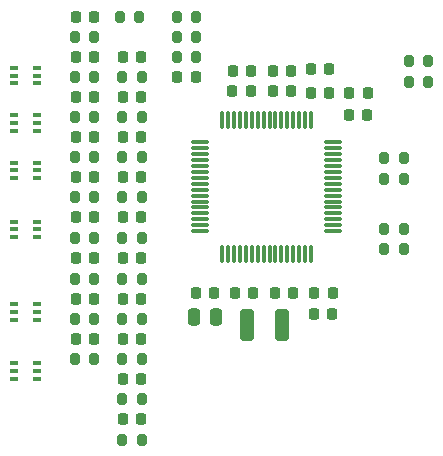
<source format=gbr>
%TF.GenerationSoftware,KiCad,Pcbnew,(6.0.0)*%
%TF.CreationDate,2022-01-16T13:19:40+00:00*%
%TF.ProjectId,OpenBCI_ESP32_INPUT,4f70656e-4243-4495-9f45-535033325f49,rev?*%
%TF.SameCoordinates,Original*%
%TF.FileFunction,Paste,Top*%
%TF.FilePolarity,Positive*%
%FSLAX46Y46*%
G04 Gerber Fmt 4.6, Leading zero omitted, Abs format (unit mm)*
G04 Created by KiCad (PCBNEW (6.0.0)) date 2022-01-16 13:19:40*
%MOMM*%
%LPD*%
G01*
G04 APERTURE LIST*
G04 Aperture macros list*
%AMRoundRect*
0 Rectangle with rounded corners*
0 $1 Rounding radius*
0 $2 $3 $4 $5 $6 $7 $8 $9 X,Y pos of 4 corners*
0 Add a 4 corners polygon primitive as box body*
4,1,4,$2,$3,$4,$5,$6,$7,$8,$9,$2,$3,0*
0 Add four circle primitives for the rounded corners*
1,1,$1+$1,$2,$3*
1,1,$1+$1,$4,$5*
1,1,$1+$1,$6,$7*
1,1,$1+$1,$8,$9*
0 Add four rect primitives between the rounded corners*
20,1,$1+$1,$2,$3,$4,$5,0*
20,1,$1+$1,$4,$5,$6,$7,0*
20,1,$1+$1,$6,$7,$8,$9,0*
20,1,$1+$1,$8,$9,$2,$3,0*%
G04 Aperture macros list end*
%ADD10RoundRect,0.225000X0.225000X0.250000X-0.225000X0.250000X-0.225000X-0.250000X0.225000X-0.250000X0*%
%ADD11RoundRect,0.250000X-0.325000X-1.100000X0.325000X-1.100000X0.325000X1.100000X-0.325000X1.100000X0*%
%ADD12RoundRect,0.225000X-0.225000X-0.250000X0.225000X-0.250000X0.225000X0.250000X-0.225000X0.250000X0*%
%ADD13RoundRect,0.250000X-0.250000X-0.475000X0.250000X-0.475000X0.250000X0.475000X-0.250000X0.475000X0*%
%ADD14RoundRect,0.200000X0.200000X0.275000X-0.200000X0.275000X-0.200000X-0.275000X0.200000X-0.275000X0*%
%ADD15R,0.650000X0.400000*%
%ADD16RoundRect,0.075000X-0.662500X-0.075000X0.662500X-0.075000X0.662500X0.075000X-0.662500X0.075000X0*%
%ADD17RoundRect,0.075000X-0.075000X-0.662500X0.075000X-0.662500X0.075000X0.662500X-0.075000X0.662500X0*%
%ADD18RoundRect,0.200000X-0.200000X-0.275000X0.200000X-0.275000X0.200000X0.275000X-0.200000X0.275000X0*%
G04 APERTURE END LIST*
D10*
%TO.C,C1*%
X120775000Y-87300000D03*
X119225000Y-87300000D03*
%TD*%
%TO.C,C2*%
X120775000Y-83900000D03*
X119225000Y-83900000D03*
%TD*%
%TO.C,C3*%
X120775000Y-80400000D03*
X119225000Y-80400000D03*
%TD*%
%TO.C,C4*%
X120775000Y-77000000D03*
X119225000Y-77000000D03*
%TD*%
%TO.C,C5*%
X120775000Y-73600000D03*
X119225000Y-73600000D03*
%TD*%
%TO.C,C6*%
X120775000Y-70200000D03*
X119225000Y-70200000D03*
%TD*%
%TO.C,C7*%
X120775000Y-66800000D03*
X119225000Y-66800000D03*
%TD*%
%TO.C,C8*%
X120775000Y-63400000D03*
X119225000Y-63400000D03*
%TD*%
%TO.C,C9*%
X116775000Y-87300000D03*
X115225000Y-87300000D03*
%TD*%
%TO.C,C10*%
X116775000Y-83900000D03*
X115225000Y-83900000D03*
%TD*%
%TO.C,C11*%
X116775000Y-80400000D03*
X115225000Y-80400000D03*
%TD*%
%TO.C,C12*%
X116775000Y-77000000D03*
X115225000Y-77000000D03*
%TD*%
%TO.C,C13*%
X116775000Y-73600000D03*
X115225000Y-73600000D03*
%TD*%
%TO.C,C14*%
X116775000Y-70200000D03*
X115225000Y-70200000D03*
%TD*%
%TO.C,C15*%
X116775000Y-66800000D03*
X115225000Y-66800000D03*
%TD*%
%TO.C,C16*%
X116775000Y-63400000D03*
X115225000Y-63400000D03*
%TD*%
D11*
%TO.C,C17*%
X129725000Y-86100000D03*
X132675000Y-86100000D03*
%TD*%
D12*
%TO.C,C18*%
X132125000Y-83400000D03*
X133675000Y-83400000D03*
%TD*%
%TO.C,C19*%
X131925000Y-64600000D03*
X133475000Y-64600000D03*
%TD*%
%TO.C,C20*%
X131925000Y-66300000D03*
X133475000Y-66300000D03*
%TD*%
D10*
%TO.C,C21*%
X130250000Y-83400000D03*
X128700000Y-83400000D03*
%TD*%
D13*
%TO.C,C22*%
X125250000Y-85400000D03*
X127150000Y-85400000D03*
%TD*%
D12*
%TO.C,C23*%
X125425000Y-83400000D03*
X126975000Y-83400000D03*
%TD*%
D10*
%TO.C,C24*%
X125405000Y-65100000D03*
X123855000Y-65100000D03*
%TD*%
D12*
%TO.C,C25*%
X138395000Y-68300000D03*
X139945000Y-68300000D03*
%TD*%
%TO.C,C26*%
X138400000Y-66500000D03*
X139950000Y-66500000D03*
%TD*%
%TO.C,C27*%
X135125000Y-66500000D03*
X136675000Y-66500000D03*
%TD*%
%TO.C,C28*%
X135125000Y-64400000D03*
X136675000Y-64400000D03*
%TD*%
D10*
%TO.C,C29*%
X137000000Y-83400000D03*
X135450000Y-83400000D03*
%TD*%
%TO.C,C30*%
X136975000Y-85200000D03*
X135425000Y-85200000D03*
%TD*%
D12*
%TO.C,C31*%
X128500000Y-66300000D03*
X130050000Y-66300000D03*
%TD*%
%TO.C,C32*%
X128525000Y-64600000D03*
X130075000Y-64600000D03*
%TD*%
D14*
%TO.C,R1*%
X120825000Y-89000000D03*
X119175000Y-89000000D03*
%TD*%
%TO.C,R2*%
X120825000Y-85600000D03*
X119175000Y-85600000D03*
%TD*%
%TO.C,R3*%
X120825000Y-82200000D03*
X119175000Y-82200000D03*
%TD*%
%TO.C,R4*%
X120825000Y-78700000D03*
X119175000Y-78700000D03*
%TD*%
%TO.C,R5*%
X120825000Y-75300000D03*
X119175000Y-75300000D03*
%TD*%
%TO.C,R6*%
X120825000Y-71900000D03*
X119175000Y-71900000D03*
%TD*%
%TO.C,R7*%
X120825000Y-68500000D03*
X119175000Y-68500000D03*
%TD*%
%TO.C,R8*%
X120825000Y-65100000D03*
X119175000Y-65100000D03*
%TD*%
%TO.C,R9*%
X116825000Y-89000000D03*
X115175000Y-89000000D03*
%TD*%
%TO.C,R10*%
X116825000Y-85600000D03*
X115175000Y-85600000D03*
%TD*%
%TO.C,R11*%
X116825000Y-82200000D03*
X115175000Y-82200000D03*
%TD*%
%TO.C,R12*%
X116825000Y-78700000D03*
X115175000Y-78700000D03*
%TD*%
%TO.C,R13*%
X116825000Y-75300000D03*
X115175000Y-75300000D03*
%TD*%
%TO.C,R14*%
X116825000Y-71900000D03*
X115175000Y-71900000D03*
%TD*%
%TO.C,R15*%
X116825000Y-68500000D03*
X115175000Y-68500000D03*
%TD*%
%TO.C,R16*%
X116825000Y-65100000D03*
X115175000Y-65100000D03*
%TD*%
%TO.C,R17*%
X125425000Y-63400000D03*
X123775000Y-63400000D03*
%TD*%
D15*
%TO.C,U1*%
X110050000Y-89350000D03*
X110050000Y-90000000D03*
X110050000Y-90650000D03*
X111950000Y-90650000D03*
X111950000Y-90000000D03*
X111950000Y-89350000D03*
%TD*%
%TO.C,U2*%
X110050000Y-84350000D03*
X110050000Y-85000000D03*
X110050000Y-85650000D03*
X111950000Y-85650000D03*
X111950000Y-85000000D03*
X111950000Y-84350000D03*
%TD*%
%TO.C,U3*%
X110050000Y-77350000D03*
X110050000Y-78000000D03*
X110050000Y-78650000D03*
X111950000Y-78650000D03*
X111950000Y-78000000D03*
X111950000Y-77350000D03*
%TD*%
%TO.C,U4*%
X110050000Y-72350000D03*
X110050000Y-73000000D03*
X110050000Y-73650000D03*
X111950000Y-73650000D03*
X111950000Y-73000000D03*
X111950000Y-72350000D03*
%TD*%
%TO.C,U5*%
X110050000Y-68350000D03*
X110050000Y-69000000D03*
X110050000Y-69650000D03*
X111950000Y-69650000D03*
X111950000Y-69000000D03*
X111950000Y-68350000D03*
%TD*%
%TO.C,U6*%
X110050000Y-64350000D03*
X110050000Y-65000000D03*
X110050000Y-65650000D03*
X111950000Y-65650000D03*
X111950000Y-65000000D03*
X111950000Y-64350000D03*
%TD*%
D16*
%TO.C,U7*%
X125737500Y-70650000D03*
X125737500Y-71150000D03*
X125737500Y-71650000D03*
X125737500Y-72150000D03*
X125737500Y-72650000D03*
X125737500Y-73150000D03*
X125737500Y-73650000D03*
X125737500Y-74150000D03*
X125737500Y-74650000D03*
X125737500Y-75150000D03*
X125737500Y-75650000D03*
X125737500Y-76150000D03*
X125737500Y-76650000D03*
X125737500Y-77150000D03*
X125737500Y-77650000D03*
X125737500Y-78150000D03*
D17*
X127650000Y-80062500D03*
X128150000Y-80062500D03*
X128650000Y-80062500D03*
X129150000Y-80062500D03*
X129650000Y-80062500D03*
X130150000Y-80062500D03*
X130650000Y-80062500D03*
X131150000Y-80062500D03*
X131650000Y-80062500D03*
X132150000Y-80062500D03*
X132650000Y-80062500D03*
X133150000Y-80062500D03*
X133650000Y-80062500D03*
X134150000Y-80062500D03*
X134650000Y-80062500D03*
X135150000Y-80062500D03*
D16*
X137062500Y-78150000D03*
X137062500Y-77650000D03*
X137062500Y-77150000D03*
X137062500Y-76650000D03*
X137062500Y-76150000D03*
X137062500Y-75650000D03*
X137062500Y-75150000D03*
X137062500Y-74650000D03*
X137062500Y-74150000D03*
X137062500Y-73650000D03*
X137062500Y-73150000D03*
X137062500Y-72650000D03*
X137062500Y-72150000D03*
X137062500Y-71650000D03*
X137062500Y-71150000D03*
X137062500Y-70650000D03*
D17*
X135150000Y-68737500D03*
X134650000Y-68737500D03*
X134150000Y-68737500D03*
X133650000Y-68737500D03*
X133150000Y-68737500D03*
X132650000Y-68737500D03*
X132150000Y-68737500D03*
X131650000Y-68737500D03*
X131150000Y-68737500D03*
X130650000Y-68737500D03*
X130150000Y-68737500D03*
X129650000Y-68737500D03*
X129150000Y-68737500D03*
X128650000Y-68737500D03*
X128150000Y-68737500D03*
X127650000Y-68737500D03*
%TD*%
D14*
%TO.C,R18*%
X143025000Y-78000000D03*
X141375000Y-78000000D03*
%TD*%
%TO.C,R19*%
X143025000Y-79700000D03*
X141375000Y-79700000D03*
%TD*%
%TO.C,R20*%
X143025000Y-72000000D03*
X141375000Y-72000000D03*
%TD*%
%TO.C,R21*%
X143025000Y-73700000D03*
X141375000Y-73700000D03*
%TD*%
D10*
%TO.C,C33*%
X116775000Y-60000000D03*
X115225000Y-60000000D03*
%TD*%
%TO.C,C34*%
X120775000Y-90700000D03*
X119225000Y-90700000D03*
%TD*%
%TO.C,C35*%
X120775000Y-94100000D03*
X119225000Y-94100000D03*
%TD*%
D14*
%TO.C,R22*%
X116825000Y-61700000D03*
X115175000Y-61700000D03*
%TD*%
%TO.C,R23*%
X120825000Y-92400000D03*
X119175000Y-92400000D03*
%TD*%
%TO.C,R24*%
X120825000Y-95800000D03*
X119175000Y-95800000D03*
%TD*%
%TO.C,R25*%
X125425000Y-61700000D03*
X123775000Y-61700000D03*
%TD*%
D18*
%TO.C,R26*%
X118975000Y-60000000D03*
X120625000Y-60000000D03*
%TD*%
D14*
%TO.C,R27*%
X125425000Y-60000000D03*
X123775000Y-60000000D03*
%TD*%
D18*
%TO.C,R29*%
X143425000Y-65550000D03*
X145075000Y-65550000D03*
%TD*%
%TO.C,R28*%
X143425000Y-63750000D03*
X145075000Y-63750000D03*
%TD*%
M02*

</source>
